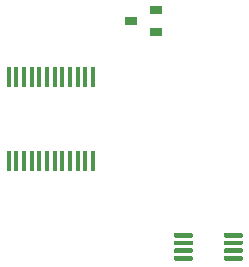
<source format=gbr>
%TF.GenerationSoftware,KiCad,Pcbnew,(5.1.6)-1*%
%TF.CreationDate,2021-05-27T20:40:55-04:00*%
%TF.ProjectId,MirrorDeflectionDriver,4d697272-6f72-4446-9566-6c656374696f,rev?*%
%TF.SameCoordinates,Original*%
%TF.FileFunction,Paste,Top*%
%TF.FilePolarity,Positive*%
%FSLAX46Y46*%
G04 Gerber Fmt 4.6, Leading zero omitted, Abs format (unit mm)*
G04 Created by KiCad (PCBNEW (5.1.6)-1) date 2021-05-27 20:40:55*
%MOMM*%
%LPD*%
G01*
G04 APERTURE LIST*
%ADD10R,1.100000X0.650000*%
%ADD11R,0.450000X1.800000*%
G04 APERTURE END LIST*
%TO.C,IC1*%
G36*
G01*
X137825000Y-112155000D02*
X137825000Y-111955000D01*
G75*
G02*
X137925000Y-111855000I100000J0D01*
G01*
X139350000Y-111855000D01*
G75*
G02*
X139450000Y-111955000I0J-100000D01*
G01*
X139450000Y-112155000D01*
G75*
G02*
X139350000Y-112255000I-100000J0D01*
G01*
X137925000Y-112255000D01*
G75*
G02*
X137825000Y-112155000I0J100000D01*
G01*
G37*
G36*
G01*
X137825000Y-112805000D02*
X137825000Y-112605000D01*
G75*
G02*
X137925000Y-112505000I100000J0D01*
G01*
X139350000Y-112505000D01*
G75*
G02*
X139450000Y-112605000I0J-100000D01*
G01*
X139450000Y-112805000D01*
G75*
G02*
X139350000Y-112905000I-100000J0D01*
G01*
X137925000Y-112905000D01*
G75*
G02*
X137825000Y-112805000I0J100000D01*
G01*
G37*
G36*
G01*
X137825000Y-113455000D02*
X137825000Y-113255000D01*
G75*
G02*
X137925000Y-113155000I100000J0D01*
G01*
X139350000Y-113155000D01*
G75*
G02*
X139450000Y-113255000I0J-100000D01*
G01*
X139450000Y-113455000D01*
G75*
G02*
X139350000Y-113555000I-100000J0D01*
G01*
X137925000Y-113555000D01*
G75*
G02*
X137825000Y-113455000I0J100000D01*
G01*
G37*
G36*
G01*
X137825000Y-114105000D02*
X137825000Y-113905000D01*
G75*
G02*
X137925000Y-113805000I100000J0D01*
G01*
X139350000Y-113805000D01*
G75*
G02*
X139450000Y-113905000I0J-100000D01*
G01*
X139450000Y-114105000D01*
G75*
G02*
X139350000Y-114205000I-100000J0D01*
G01*
X137925000Y-114205000D01*
G75*
G02*
X137825000Y-114105000I0J100000D01*
G01*
G37*
G36*
G01*
X133600000Y-114105000D02*
X133600000Y-113905000D01*
G75*
G02*
X133700000Y-113805000I100000J0D01*
G01*
X135125000Y-113805000D01*
G75*
G02*
X135225000Y-113905000I0J-100000D01*
G01*
X135225000Y-114105000D01*
G75*
G02*
X135125000Y-114205000I-100000J0D01*
G01*
X133700000Y-114205000D01*
G75*
G02*
X133600000Y-114105000I0J100000D01*
G01*
G37*
G36*
G01*
X133600000Y-113455000D02*
X133600000Y-113255000D01*
G75*
G02*
X133700000Y-113155000I100000J0D01*
G01*
X135125000Y-113155000D01*
G75*
G02*
X135225000Y-113255000I0J-100000D01*
G01*
X135225000Y-113455000D01*
G75*
G02*
X135125000Y-113555000I-100000J0D01*
G01*
X133700000Y-113555000D01*
G75*
G02*
X133600000Y-113455000I0J100000D01*
G01*
G37*
G36*
G01*
X133600000Y-112805000D02*
X133600000Y-112605000D01*
G75*
G02*
X133700000Y-112505000I100000J0D01*
G01*
X135125000Y-112505000D01*
G75*
G02*
X135225000Y-112605000I0J-100000D01*
G01*
X135225000Y-112805000D01*
G75*
G02*
X135125000Y-112905000I-100000J0D01*
G01*
X133700000Y-112905000D01*
G75*
G02*
X133600000Y-112805000I0J100000D01*
G01*
G37*
G36*
G01*
X133600000Y-112155000D02*
X133600000Y-111955000D01*
G75*
G02*
X133700000Y-111855000I100000J0D01*
G01*
X135125000Y-111855000D01*
G75*
G02*
X135225000Y-111955000I0J-100000D01*
G01*
X135225000Y-112155000D01*
G75*
G02*
X135125000Y-112255000I-100000J0D01*
G01*
X133700000Y-112255000D01*
G75*
G02*
X133600000Y-112155000I0J100000D01*
G01*
G37*
%TD*%
D10*
%TO.C,IC3*%
X129980000Y-93909000D03*
X132080000Y-92949000D03*
X132080000Y-94869000D03*
%TD*%
D11*
%TO.C,IC2*%
X119615000Y-98685000D03*
X120265000Y-98685000D03*
X120915000Y-98685000D03*
X121565000Y-98685000D03*
X122215000Y-98685000D03*
X122865000Y-98685000D03*
X123515000Y-98685000D03*
X124165000Y-98685000D03*
X124815000Y-98685000D03*
X125465000Y-98685000D03*
X126115000Y-98685000D03*
X126765000Y-98685000D03*
X126765000Y-105785000D03*
X126115000Y-105785000D03*
X125465000Y-105785000D03*
X124815000Y-105785000D03*
X124165000Y-105785000D03*
X123515000Y-105785000D03*
X122865000Y-105785000D03*
X122215000Y-105785000D03*
X121565000Y-105785000D03*
X120915000Y-105785000D03*
X120265000Y-105785000D03*
X119615000Y-105785000D03*
%TD*%
M02*

</source>
